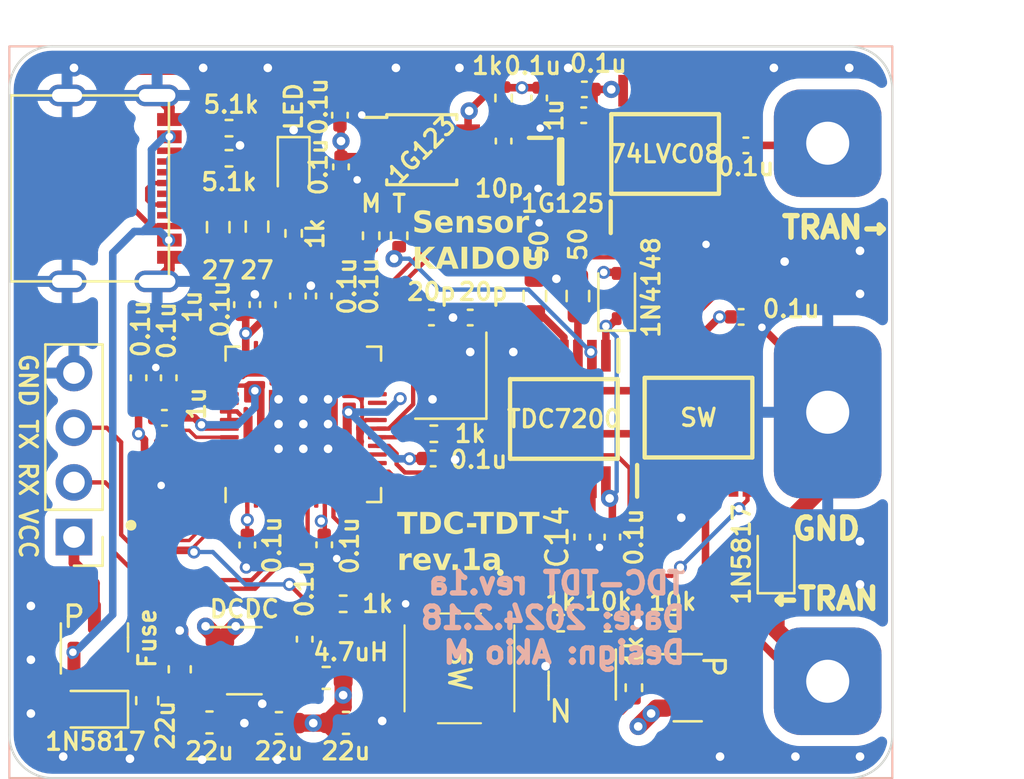
<source format=kicad_pcb>
(kicad_pcb (version 20221018) (generator pcbnew)
  (layers (0 "F.Cu" signal) (1 "In1.Cu" signal) (2 "In2.Cu" signal) (31 "B.Cu" signal) (34 "B.Paste" user) (35 "F.Paste" user) (36 "B.SilkS" user "B.Silkscreen") (37 "F.SilkS" user "F.Silkscreen") (38 "B.Mask" user) (39 "F.Mask" user) (44 "Edge.Cuts" user))
  (net 0 "")
  (net 1 "+1V1")
  (net 2 "GND")
  (net 3 "XIN")
  (net 4 "XOUT")
  (net 5 "+3.3V")
  (net 6 "+3.3VA")
  (net 7 "Net-(IC2-VREG)")
  (net 8 "Net-(U3A-RCext)")
  (net 9 "Net-(U3A-Cext)")
  (net 10 "Net-(U4-IN)")
  (net 11 "Net-(U4-BST)")
  (net 12 "Net-(U4-SW)")
  (net 13 "Net-(D1-K)")
  (net 14 "VBUS")
  (net 15 "Net-(D2-A)")
  (net 16 "/QSPI_SS")
  (net 17 "/QSPI_SD1")
  (net 18 "/QSPI_SD2")
  (net 19 "/QSPI_SD0")
  (net 20 "/QSPI_SCLK")
  (net 21 "/QSPI_SD3")
  (net 22 "/TDC_START")
  (net 23 "/TDC_STOP")
  (net 25 "INT_TDC_DONE")
  (net 26 "SPI1_MISO")
  (net 27 "SPI1_MOSI")
  (net 28 "SPI1_CS")
  (net 29 "SPI1_SCK")
  (net 30 "/AND_OUT")
  (net 31 "/AND_IN_ALL")
  (net 32 "Net-(IC6-A)")
  (net 33 "+2V8")
  (net 34 "SWCLK")
  (net 35 "TRAN_START")
  (net 36 "TRAN_STOP")
  (net 37 "VCC")
  (net 38 "/USB_D_P")
  (net 39 "/USB_BD_P")
  (net 40 "/USB_D_N")
  (net 41 "/USB_BD_N")
  (net 42 "Net-(U1-A5_CC1)")
  (net 43 "Net-(U1-B5_CC2)")
  (net 44 "PM_VCC")
  (net 45 "RUN")
  (net 46 "MUX1")
  (net 47 "REF_START")
  (net 48 "MUX2")
  (net 55 "TRIG_PULSE")
  (net 56 "SWD")
  (net 71 "UART1_TX")
  (net 72 "UART1_RX")
  (net 73 "Net-(U2-XIN)")
  (net 80 "Net-(IC2-TRIGG)")
  (net 81 "Net-(U2-GPIO21)")
  (net 82 "Net-(Q3-G)")
  (net 83 "Net-(U2-GPIO25)")
  (net 84 "Net-(S1-COM_1)")
  (net 85 "Net-(Q4-G)")
  (net 86 "Net-(Q4-D)")
  (footprint "Resistor_SMD:R_0402_1005Metric" (layer "F.Cu") (at 145.8 58.8 90)
    (fp_text reference "R15" hide)
    (fp_text value "0")
  )
  (footprint "Resistor_SMD:R_0402_1005Metric" (layer "F.Cu") (at 158 79.8 90)
    (fp_text reference "R10" hide)
    (fp_text value "1k")
  )
  (footprint "Capacitor_SMD:C_0402_1005Metric" (layer "F.Cu") (at 157 72.8 90)
    (fp_text reference "C13" hide)
    (fp_text value "100n")
  )
  (footprint "Resistor_SMD:R_0603_1608Metric" (layer "F.Cu") (at 155.4 61.6 90)
    (fp_text reference "R19" hide)
    (fp_text value "50")
  )
  (footprint "Resistor_SMD:R_0402_1005Metric" (layer "F.Cu") (at 154.6 76.8)
    (fp_text reference "R5" hide)
    (fp_text value "1k")
  )
  (footprint "Package_TO_SOT_SMD:SOT-23" (layer "F.Cu") (at 155.6 79.7 -90)
    (fp_text reference "Q4" hide)
    (fp_text value "2N7002")
  )
  (footprint "Capacitor_SMD:C_0402_1005Metric" (layer "F.Cu") (at 143.62 73.16 -90)
    (fp_text reference "C10" hide)
    (fp_text value "100n")
  )
  (footprint "Package_TO_SOT_SMD:SOT-23" (layer "F.Cu") (at 132.95 77.4625 90)
    (fp_text reference "Q1" hide)
    (fp_text value "AO3401A")
  )
  (footprint "LED_SMD:LED_0603_1608Metric" (layer "F.Cu") (at 142.2 55.7 -90)
    (fp_text reference "D2" hide)
    (fp_text value "LED")
  )
  (footprint "Capacitor_SMD:C_0402_1005Metric" (layer "F.Cu") (at 155.6 72.8 90)
    (fp_text reference "C14")
    (fp_text value "1u")
  )
  (footprint "SamacSys_Parts:SOP65P640X120-14N" (layer "F.Cu") (at 154.75 67.312 -90)
    (fp_text reference "IC2" hide)
    (fp_text value "TDC7200PWR" hide)
  )
  (footprint "SamacSys_Parts:TS1187ABAB" (layer "F.Cu") (at 149.9 78.9 -90)
    (fp_text reference "S1" hide)
    (fp_text value "TS-1187A-B-A-B" hide)
  )
  (footprint "Capacitor_SMD:C_0402_1005Metric" (layer "F.Cu") (at 163.2 54.6)
    (fp_text reference "C27" hide)
    (fp_text value "100n")
  )
  (footprint "Capacitor_SMD:C_0402_1005Metric" (layer "F.Cu") (at 143.6 61.6 90)
    (fp_text reference "C9" hide)
    (fp_text value "100n")
  )
  (footprint "Capacitor_SMD:C_0402_1005Metric" (layer "F.Cu") (at 142.7125 77.544227 -90)
    (fp_text reference "C22" hide)
    (fp_text value "100n")
  )
  (footprint "Capacitor_SMD:C_0402_1005Metric" (layer "F.Cu") (at 136.2 67.26 180)
    (fp_text reference "C1" hide)
    (fp_text value "1u")
  )
  (footprint "Crystal:Crystal_SMD_3225-4Pin_3.2x2.5mm" (layer "F.Cu") (at 149.5 65.3 90)
    (fp_text reference "Y1" hide)
    (fp_text value "Crystal_GND24")
  )
  (footprint "Capacitor_SMD:C_0603_1608Metric" (layer "F.Cu") (at 141.5175 81.444227 180)
    (fp_text reference "C23" hide)
    (fp_text value "22u")
  )
  (footprint "Diode_SMD:D_SOD-323" (layer "F.Cu") (at 132.9 80.8 180)
    (fp_text reference "D1" hide)
    (fp_text value "1N5817WS")
  )
  (footprint "Capacitor_SMD:C_0402_1005Metric" (layer "F.Cu") (at 144.35 53.2 90)
    (fp_text reference "C21" hide)
    (fp_text value "100n")
  )
  (footprint "SamacSys_Parts:SOT65P212X110-5N" (layer "F.Cu") (at 154.6 55.35)
    (fp_text reference "IC6" hide)
    (fp_text value "74LVC1G125" hide)
  )
  (footprint "SamacSys_Parts:SOP65P640X120-16N" (layer "F.Cu") (at 161 67.25 90)
    (fp_text reference "IC5" hide)
    (fp_text value "TS3A44159PWR" hide)
  )
  (footprint "Resistor_SMD:R_0402_1005Metric" (layer "F.Cu") (at 148.71 68 180)
    (fp_text reference "R13" hide)
    (fp_text value "1k")
  )
  (footprint "Capacitor_SMD:C_0402_1005Metric" (layer "F.Cu") (at 153.6 52.4 -90)
    (fp_text reference "C20" hide)
    (fp_text value "100n")
  )
  (footprint "Capacitor_SMD:C_0402_1005Metric" (layer "F.Cu") (at 150.4 62.6 180)
    (fp_text reference "C4" hide)
    (fp_text value "20p")
  )
  (footprint "Capacitor_SMD:C_0402_1005Metric" (layer "F.Cu") (at 141 62 90)
    (fp_text reference "C8" hide)
    (fp_text value "100n")
  )
  (footprint "Capacitor_SMD:C_0402_1005Metric" (layer "F.Cu") (at 142.4 61.6 90)
    (fp_text reference "C12" hide)
    (fp_text value "100n")
  )
  (footprint "Package_SO:TSSOP-8_3x3mm_P0.65mm" (layer "F.Cu") (at 148.15 54.8)
    (fp_text reference "U3" hide)
    (fp_text value "74LVC1G123")
  )
  (footprint "Diode_SMD:D_SOD-323" (layer "F.Cu") (at 157.2 61.6 90)
    (fp_text reference "D4" hide)
    (fp_text value "1N4148WS")
  )
  (footprint "Capacitor_SMD:C_0603_1608Metric" (layer "F.Cu") (at 144.6325 81.434227)
    (fp_text reference "C24" hide)
    (fp_text value "22u")
  )
  (footprint "Resistor_SMD:R_0603_1608Metric" (layer "F.Cu") (at 153.4 61.6 90)
    (fp_text reference "R20" hide)
    (fp_text value "50")
  )
  (footprint "Package_TO_SOT_SMD:TSOT-23-6" (layer "F.Cu") (at 139.9125 78.544227)
    (fp_text reference "U4" hide)
    (fp_text value "AP63203WU")
  )
  (footprint "Capacitor_SMD:C_0402_1005Metric" (layer "F.Cu") (at 140.05 73.17 -90)
    (fp_text reference "C7" hide)
    (fp_text value "100n")
  )
  (footprint "Package_DFN_QFN:QFN-56-1EP_7x7mm_P0.4mm_EP3.2x3.2mm" (layer "F.Cu") (at 142.65 67.5625 90)
    (fp_text reference "U2" hide)
    (fp_text value "RP2040")
  )
  (footprint "Resistor_SMD:R_0402_1005Metric" (layer "F.Cu") (at 156.8 76.8 180)
    (fp_text reference "R9" hide)
    (fp_text value "10k")
  )
  (footprint "Resistor_SMD:R_0402_1005Metric" (layer "F.Cu") (at 159.8 76.8)
    (fp_text reference "R6" hide)
    (fp_text value "10k")
  )
  (footprint "Resistor_SMD:R_0402_1005Metric" (layer "F.Cu") (at 144.5 75.9 180)
    (fp_text reference "R14" hide)
    (fp_text value "1k")
  )
  (footprint "SamacSys_Parts:SON50P300X200X60-9N" (layer "F.Cu") (at 136.05 70.4 90)
    (fp_text reference "IC1" hide)
    (fp_text value "W25Q16JVUXIQ" hide)
  )
  (footprint "Capacitor_SMD:C_0402_1005Metric" (layer "F.Cu") (at 136.4 65.4 90)
    (fp_text reference "C3" hide)
    (fp_text value "100n")
  )
  (footprint "Connector_PinHeader_2.54mm:PinHeader_1x04_P2.54mm_Vertical" (layer "F.Cu") (at 132 72.8 180)
    (fp_text reference "J2" hide)
    (fp_text value "Interface")
  )
  (footprint "Capacitor_SMD:C_0402_1005Metric" (layer "F.Cu") (at 148.6 62.6)
    (fp_text reference "C5" hide)
    (fp_text value "20p")
  )
  (footprint "Capacitor_SMD:C_0402_1005Metric" (layer "F.Cu") (at 144.4 55.6 -90)
    (fp_text reference "C16" hide)
    (fp_text value "100n")
  )
  (footprint "Capacitor_SMD:C_0402_1005Metric" (layer "F.Cu") (at 148.68 69.15)
    (fp_text reference "C2" hide)
    (fp_text value "100n")
  )
  (footprint "Package_TO_SOT_SMD:SOT-23" (layer "F.Cu") (at 160.5 79.8)
    (fp_text reference "Q3" hide)
    (fp_text value "AO3401A")
  )
  (footprint "Resistor_SMD:R_0402_1005Metric" (layer "F.Cu") (at 139.2 53.8)
    (fp_text reference "R4" hide)
    (fp_text value "5.1k")
  )
  (footprint "Resistor_SMD:R_0402_1005Metric" (layer "F.Cu") (at 142.2 58.69 90)
    (fp_text reference "R8" hide)
    (fp_text value "1k")
  )
  (footprint "Fuse:Fuse_0603_1608Metric" (layer "F.Cu") (at 135.4 80.4 90)
    (fp_text reference "F1" hide)
    (fp_text value "Polyfuse")
  )
  (footprint "tdc-tdt-lib:conn_transmission_line" (layer "F.Cu") (at 167 67)
    (fp_text reference "J1" hide)
    (fp_text value "Conn_Transmission_Line")
  )
  (footprint "Capacitor_SMD:C_0603_1608Metric" (layer "F.Cu") (at 138.2925 81.414227)
    (fp_text reference "C18" hide)
    (fp_text value "22u")
  )
  (footprint "Resistor_SMD:R_0402_1005Metric" (layer "F.Cu") (at 147.1 58.8 90)
    (fp_text reference "R16" hide)
    (fp_text value "DNF")
  )
  (footprint "Diode_SMD:D_SOD-323" (layer "F.Cu") (at 164.6 73.8 90)
    (fp_text reference "D3" hide)
    (fp_text value "1N5817WS")
  )
  (footprint "Capacitor_SMD:C_0402_1005Metric" (layer "F.Cu") (at 162.98 62.57)
    (fp_text reference "C19" hide)
    (fp_text value "100n")
  )
  (footprint "Capacitor_SMD:C_0402_1005Metric" (layer "F.Cu") (at 139.8 62 90)
    (fp_text reference "C6" hide)
    (fp_text value "1u")
  )
  (footprint "Capacitor_SMD:C_0402_1005Metric" (layer "F.Cu") (at 151.95 54.4 -90)
    (fp_text reference "C15" hide)
    (fp_text value "10p")
  )
  (footprint "Capacitor_SMD:C_0402_1005Metric" (layer "F.Cu") (at 155.7 52 180)
    (fp_text reference "C25" hide)
    (fp_text value "100n")
  )
  (footprint "SamacSys_Parts:SOP65P640X110-14N" (layer "F.Cu") (at 159.45 55 90)
    (fp_text reference "IC4" hide)
    (fp_text value "74LVC08APW,112" hide)
  )
  (footprint "Capacitor_SMD:C_0603_1608Metric" (layer "F.Cu") (at 136.9125 78.944227 90)
    (fp_text reference "C17" hide)
    (fp_text value "22u")
  )
  (footprint "tdc-tdt-lib:USB_type_C" (layer "F.Cu") (at 136.41 52.28 -90)
    (fp_text reference "U1" hide)
    (fp_text value "USB_type_C")
  )
  (footprint "Capacitor_SMD:C_0402_1005Metric" (layer "F.Cu") (at 135 65.4 90)
    (fp_text reference "C11" hide)
    (fp_text value "100n")
  )
  (footprint "Resistor_SMD:R_0603_1608Metric" (layer "F.Cu") (at 138.7 58.4 -90)
    (fp_text reference "R1" hide)
    (fp_text value "27")
  )
  (footprint "Resistor_SMD:R_0402_1005Metric" (layer "F.Cu") (at 139.2 55.2)
    (fp_text reference "R3" hide)
    (fp_text value "5.1k")
  )
  (footprint "Capacitor_SMD:C_0402_1005Metric" (layer "F.Cu") (at 155.67 53.2 180)
    (fp_text reference "C26" hide)
    (fp_text value "1u")
  )
  (footprint "Resistor_SMD:R_0603_1608Metric" (layer "F.Cu") (at 140.5 58.375 -90)
    (fp_text reference "R2" hide)
    (fp_text value "27")
  )
  (footprint "Inductor_SMD:L_0603_1608Metric" (layer "F.Cu") (at 143.7125 79.344227)
    (fp_text reference "L1" hide)
    (fp_text value "4.7u")
  )
  (footprint "Resistor_SMD:R_0402_1005Metric" (layer "F.Cu") (at 151.95 52.4 -90)
    (fp_text reference "R7" hide)
    (fp_text value "1k")
  )
  (gr_rect (start 129 50) (end 170 84) (stroke (width 0.1)) (fill none) (layer "B.SilkS"))
  (gr_arc (start 129 52) (mid 129.585786 50.585786) (end 131 50) (stroke (width 0.1)) (layer "Edge.Cuts"))
  (gr_line (start 170 52) (end 170 82) (stroke (width 0.1)) (layer "Edge.Cuts"))
  (gr_line (start 129 52) (end 129 82) (stroke (width 0.1)) (layer "Edge.Cuts"))
  (gr_arc (start 131 84) (mid 129.585786 83.414214) (end 129 82) (stroke (width 0.1)) (layer "Edge.Cuts"))
  (gr_arc (start 170 82) (mid 169.414214 83.414214) (end 168 84) (stroke (width 0.1)) (layer "Edge.Cuts"))
  (gr_arc (start 168 50) (mid 169.414214 50.585786) (end 170 52) (stroke (width 0.1)) (layer "Edge.Cuts"))
  (gr_line (start 131 50) (end 168 50) (stroke (width 0.1)) (layer "Edge.Cuts"))
  (gr_line (start 131 84) (end 168 84) (stroke (width 0.1)) (layer "Edge.Cuts"))
  (gr_text "TDC-TDT rev.1a\nDate: 2024.2.18\nDesign: Akio M" (at 160.5 78.75) (layer "B.SilkS") (effects (font (size 1 1) (thickness 0.25) bold) (justify left bottom mirror)))
  (gr_text "Sensor\nKAIDOU" (at 147.7 60.5) (layer "F.SilkS") (effects (font (size 1 1) (thickness 0.25) bold) (justify left bottom)))
  (gr_text "GND" (at 165.25 73) (layer "F.SilkS") (effects (font (size 1 1) (thickness 0.25) bold) (justify left bottom)))
  (gr_text "TRAN→" (at 164.75 59) (layer "F.SilkS") (effects (font (size 1 1) (thickness 0.25) bold) (justify left bottom)))
  (gr_text "←TRAN" (at 164.25 76.25) (layer "F.SilkS") (effects (font (size 1 1) (thickness 0.25) bold) (justify left bottom)))
  (gr_text "TDC-TDT\nrev.1a" (at 147 74.5) (layer "F.SilkS") (effects (font (size 1 1) (thickness 0.25) bold) (justify left bottom)))
  (gr_text "GND TX RX VCC" (at 129.4 64.2 270) (layer "F.SilkS") (effects (font (size 0.8 0.8)) (justify left bottom)))
  (segment (start 139.9625 65.7625) (end 140.2 66) (width 0.2) (layer "F.Cu") (net 1))
  (segment (start 140.2 66) (end 140.4 66) (width 0.2) (layer "F.Cu") (net 1))
  (segment (start 148.14 69.15) (end 147.593 69.15) (width 0.35) (layer "F.Cu") (net 1))
  (segment (start 147.1505 66.367326) (end 147.1505 66.431975) (width 0.2) (layer "F.Cu") (net 1))
  (segment (start 139.2125 65.7625) (end 139.9625 65.7625) (width 0.2) (layer "F.Cu") (net 1))
  (segment (start 139.2125 67.7625) (end 138.0995 67.7625) (width 0.2) (layer "F.Cu") (net 1))
  (segment (start 147.593 69.15) (end 147.58 69.163) (width 0.35) (layer "F.Cu") (net 1))
  (segment (start 136.68 67.26) (end 136.68 66.16) (width 0.35) (layer "F.Cu") (net 1))
  (segment (start 147.1505 66.431975) (end 146.619975 66.9625) (width 0.2) (layer "F.Cu") (net 1))
  (segment (start 146.619975 66.9625) (end 146.0875 66.9625) (width 0.2) (layer "F.Cu") (net 1))
  (segment (start 138.0995 67.7625) (end 137.92 67.583) (width 0.2) (layer "F.Cu") (net 1))
  (segment (start 136.91 67.26) (end 137.597 67.26) (width 0.35) (layer "F.Cu") (net 1))
  (segment (start 137.597 67.26) (end 137.92 67.583) (width 0.35) (layer "F.Cu") (net 1))
  (segment (start 136.68 66.16) (end 136.4 65.88) (width 0.35) (layer "F.Cu") (net 1))
  (via (at 137.92 67.583) (size 0.6) (drill 0.35) (layers "F.Cu" "B.Cu") (net 1))
  (via (at 147.58 69.163) (size 0.6) (drill 0.35) (layers "F.Cu" "B.Cu") (net 1))
  (via (at 144.749502 66.994268) (size 0.6) (drill 0.35) (layers "F.Cu" "B.Cu") (net 1))
  (via (at 140.4 66) (size 0.6) (drill 0.35) (layers "F.Cu" "B.Cu") (net 1))
  (via (at 147.1505 66.367326) (size 0.6) (drill 0.35) (layers "F.Cu" "B.Cu") (net 1))
  (segment (start 140.4 66) (end 140.4 66.77) (width 0.35) (layer "B.Cu") (net 1))
  (segment (start 146.523558 66.994268) (end 147.1505 66.367326) (width 0.35) (layer "B.Cu") (net 1))
  (segment (start 140.4 66.77) (end 139.587 67.583) (width 0.35) (layer "B.Cu") (net 1))
  (segment (start 146.963 69.163) (end 147.58 69.163) (width 0.35) (layer "B.Cu") (net 1))
  (segment (start 139.587 67.583) (end 137.92 67.583) (width 0.35) (layer "B.Cu") (net 1))
  (segment (start 144.749502 66.994268) (end 146.523558 66.994268) (width 0.35) (layer "B.Cu") (net 1))
  (segment (start 144.794268 66.994268) (end 146.963 69.163) (width 0.35) (layer "B.Cu") (net 1))
  (segment (start 144.749502 66.994268) (end 144.794268 66.994268) (width 0.35) (layer "B.Cu") (net 1))
  (segment (start 149.16 69.15) (end 149.65 69.15) (width 0.35) (layer "F.Cu") (net 2))
  (segment (start 144.895 52.72) (end 144.35 52.72) (width 0.35) (layer "F.Cu") (net 2))
  (segment (start 149.92 62.6) (end 149.6 62.6) (width 0.35) (layer "F.Cu") (net 2))
  (segment (start 148.51 69.8) (end 149.16 69.15) (width 0.2) (layer "F.Cu") (net 2))
  (segment (start 167 66.11) (end 167 67) (width 0.35) (layer "F.Cu") (net 2))
  (segment (start 167 70.25) (end 164.6 72.65) (width 0.8) (layer "F.Cu") (net 2))
  (segment (start 136.4 64.92) (end 135 64.92) (width 0.35) (layer "F.Cu") (net 2))
  (segment (start 154.65 78.8) (end 153.9 78.8) (width 0.35) (layer "F.Cu") (net 2))
  (segment (start 136.43 59.8) (end 136.43 60.35) (width 0.5) (layer "F.Cu") (net 2))
  (segment (start 147.725 75.9) (end 147.4 75.9) (width 0.2) (layer "F.Cu") (net 2))
  (segment (start 142.2 54.9125) (end 142.2 53.8875) (width 0.2) (layer "F.Cu") (net 2))
  (segment (start 136.8 71.15) (end 136.05 70.4) (width 0.16) (layer "F.Cu") (net 2))
  (segment (start 136.43 53.4) (end 136.43 52.85) (width 0.5) (layer "F.Cu") (net 2))
  (segment (start 152.8 64.374) (end 152.574 64.374) (width 0.35) (layer "F.Cu") (net 2))
  (segment (start 155.22 51.27) (end 154.95 51) (width 0.5) (layer "F.Cu") (net 2))
  (segment (start 145.03 56.08) (end 145.15 56.2) (width 0.35) (layer "F.Cu") (net 2))
  (segment (start 136.25 70.4) (end 136.825 70.975) (width 0.35) (layer "F.Cu") (net 2))
  (segment (start 144.04 73.64) (end 144.2 73.8) (width 0.35) (layer "F.Cu") (net 2))
  (segment (start 135.715 67.255) (end 135.715 65.005) (width 0.35) (layer "F.Cu") (net 2))
  (segment (start 136.43 52.85) (end 135.86 52.28) (width 0.5) (layer "F.Cu") (net 2))
  (segment (start 155.22 52) (end 155.22 51.27) (width 0.5) (layer "F.Cu") (net 2))
  (segment (start 140.7425 81.444227) (end 140.7425 79.801727) (width 0.8) (layer "F.Cu") (net 2))
  (segment (start 153.65 52.93) (end 153.6 52.88) (width 0.35) (layer "F.Cu") (net 2))
  (segment (start 139.71 55.2) (end 139.71 53.8) (width 0.2) (layer "F.Cu") (net 2))
  (segment (start 161.4 59.15) (end 161.35 59.2) (width 0.35) (layer "F.Cu") (net 2))
  (segment (start 157.31 76.8) (end 158.2 76.8) (width 0.35) (layer "F.Cu") (net 2))
  (segment (start 142.4 61.12) (end 143.6 61.12) (width 0.35) (layer "F.Cu") (net 2))
  (segment (start 140.05 73.65) (end 140.05 74.15) (width 0.35) (layer "F.Cu") (net 2))
  (segment (start 140.05 74.15) (end 140 74.2) (width 0.35) (layer "F.Cu") (net 2))
  (segment (start 153.4 60.775) (end 155.4 60.775) (width 0.35) (layer "F.Cu") (net 2))
  (segment (start 146.868273 81.9) (end 146.3125 81.344227) (width 0.8) (layer "F.Cu") (net 2))
  (segment (start 145.4075 81.434227) (end 146.2225 81.434227) (width 0.8) (layer "F.Cu") (net 2))
  (segment (start 146.98 69.411529) (end 147.368471 69.8) (width 0.2) (layer "F.Cu") (net 2))
  (segment (start 160.675 70.188) (end 160.675 71.425) (width 0.35) (layer "F.Cu") (net 2))
  (segment (start 152.574 64.374) (end 152.4 64.2) (width 0.35) (layer "F.Cu") (net 2))
  (segment (start 136.05 70.4) (end 136.25 70.4) (width 0.35) (layer "F.Cu") (net 2))
  (segment (start 155.19 53.2) (end 155.19 52.03) (width 0.35) (layer "F.Cu") (net 2))
  (segment (start 146 53.825) (end 144.895 52.72) (width 0.35) (layer "F.Cu") (net 2))
  (segment (start 139.0975 81.444227) (end 139.0675 81.414227) (width 0.8) (layer "F.Cu") (net 2))
  (segment (start 163.46 62.57) (end 167 66.11) (width 0.35) (layer "F.Cu") (net 2))
  (segment (start 155.6 73.28) (end 157 73.28) (width 0.35) (layer "F.Cu") (net 2))
  (segment (start 135.72 67.26) (end 135.715 67.255) (width 0.35) (layer "F.Cu") (net 2))
  (segment (start 136.8 71.8) (end 136.8 71.15) (width 0.16) (layer "F.Cu") (net 2))
  (segment (start 139.8 61.52) (end 141 61.52) (width 0.35) (layer "F.Cu") (net 2))
  (segment (start 149.65 69.15) (end 149.7 69.2) (width 0.35) (layer "F.Cu") (net 2))
  (segment (start 147.725 81.9) (end 146.868273 81.9) (width 0.8) (layer "F.Cu") (net 2))
  (segment (start 143.62 73.64) (end 144.04 73.64) (width 0.35) (layer "F.Cu") (net 2))
  (segment (start 146.2225 81.434227) (end 146.3125 81.344227) (width 0.8) (layer "F.Cu") (net 2))
  (segment (start 135.715 65.005) (end 135.8 64.92) (width 0.35) (layer "F.Cu") (net 2))
  (segment (start 146.619975 68.5625) (end 146.98 68.922525) (width 0.2) (layer "F.Cu") (net 2))
  (segment (start 145.575 55.775) (end 145.15 56.2) (width 0.35) (layer "F.Cu") (net 2))
  (segment (start 140.7425 79.801727) (end 141 79.544227) (width 0.8) (layer "F.Cu") (net 2))
  (segment (start 140.7425 81.444227) (end 139.0975 81.444227) (width 0.8) (layer "F.Cu") (net 2))
  (segment (start 136.825 70.975) (end 136.825 71.8) (width 0.35) (layer "F.Cu") (net 2))
  (segment (start 136.9125 78.169227) (end 136.9125 77.144227) (width 0.8) (layer "F.Cu") (net 2))
  (segment (start 149.08 62.6) (end 149.6 62.6) (width 0.35) (layer "F.Cu") (net 2))
  (segment (start 146.0875 68.5625) (end 146.619975 68.5625) (width 0.2) (layer "F.Cu") (net 2))
  (segment (start 161.4 57.938) (end 161.4 59.15) (width 0.35) (layer "F.Cu") (net 2))
  (segment (start 144.4 56.08) (end 145.03 56.08) (width 0.35) (layer "F.Cu") (net 2))
  (segment (start 150.35 64.2) (end 150.4 64.2) (width 0.35) (layer "F.Cu") (net 2))
  (segment (start 167 67) (end 167 70.25) (width 0.8) (layer "F.Cu") (net 2))
  (segment (start 160.675 71.425) (end 160.2 71.9) (width 0.35) (layer "F.Cu") (net 2))
  (segment (start 146.98 68.922525) (end 146.98 69.411529) (width 0.2) (layer "F.Cu") (net 2))
  (segment (start 136.43 60.35) (end 135.86 60.92) (width 0.5) (layer "F.Cu") (net 2))
  (segment (start 153.65 54.7) (end 153.65 52.93) (width 0.35) (layer "F.Cu") (net 2))
  (segment (start 153.55 56) (end 153.55 56.6) (width 0.35) (layer "F.Cu") (net 2))
  (segment (start 146 55.775) (end 145.575 55.775) (width 0.35) (layer "F.Cu") (net 2))
  (segment (start 141 79.544227) (end 141.05 79.544227) (width 0.8) (layer "F.Cu") (net 2))
  (segment (start 147.368471 69.8) (end 148.51 69.8) (width 0.2) (layer "F.Cu") (net 2))
  (via (at 142.2 53.8875) (size 0.8) (drill 0.4) (layers "F.Cu" "B.Cu") (net 2))
  (via (at 141.5 68.7) (size 0.8) (drill 0.4) (layers "F.Cu" "B.Cu") (net 2))
  (via (at 165 60) (size 0.8) (drill 0.4) (layers "F.Cu" "B.Cu") (net 2))
  (via (at 153.65 53.8) (size 0.6) (drill 0.35) (layers "F.Cu" "B.Cu") (net 2))
  (via (at 168.5 59.5) (size 0.8) (drill 0.4) (layers "F.Cu" "B.Cu") (net 2))
  (via (at 140.7425 80.544227) (size 0.8) (drill 0.4) (layers "F.Cu" "B.Cu") (net 2))
  (via (at 149.6 62.6) (size 0.8) (drill 0.4) (layers "F.Cu" "B.Cu") (net 2))
  (via (at 130 76) (size 0.8) (drill 0.4) (layers "F.Cu" "B.Cu") (net 2))
  (via (at 136.9125 77.144227) (size 0.8) (drill 0.4) (layers "F.Cu" "B.Cu") (net 2))
  (via (at 149.9 51) (size 0.8) (drill 0.4) (layers "F.Cu" "B.Cu") (net 2))
  (via (at 147.4 75.9) (size 0.6) (drill 0.35) (layers "F.Cu" "B.Cu") (net 2))
  (via (at 136.05 70.4) (size 0.6) (drill 0.35) (layers "F.Cu" "B.Cu") (net 2))
  (via (at 160.2 71.9) (size 0.8) (drill 0.4) (layers "F.Cu" "B.Cu") (net 2))
  (via (at 144.2 73.8) (size 0.6) (drill 0.35) (layers "F.Cu" "B.Cu") (net 2))
  (via (at 152.4 64.2) (size 0.8) (drill 0.4) (layers "F.Cu" "B.Cu") (net 2))
  (via (at 141.45 83.144227) (size 0.8) (drill 0.4) (layers "F.Cu" "B.Cu") (net 2))
  (via (at 143.8 66.4) (size 0.8) (drill 0.4) (layers "F.Cu" "B.Cu") (net 2))
  (via (at 141.5 67.55) (size 0.8) (drill 0.4) (layers "F.Cu" "B.Cu") (net 2))
  (via (at 168.5 73) (size 0.8) (drill 0.4) (layers "F.Cu" "B.Cu") (net 2))
  (via (at 138 51) (size 0.8) (drill 0.4) (layers "F.Cu" "B.Cu") (net 2))
  (via (at 163.945 63.055) (size 0.6) (drill 0.35) (layers "F.Cu" "B.Cu") (net 2))
  (via (at 153.55 56.6) (size 0.6) (drill 0.35) (layers "F.Cu" "B.Cu") (net 2))
  (via (at 168.5 83) (size 0.8) (drill 0.4) (layers "F.Cu" "B.Cu") (net 2))
  (via (at 145.15 56.2) (size 0.6) (drill 0.35) (layers "F.Cu" "B.Cu") (net 2))
  (via (at 141.5 66.4) (size 0.8) (drill 0.4) (layers "F.Cu" "B.Cu") (net 2))
  (via (at 142.65 66.4) (size 0.8) (drill 0.4) (layers "F.Cu" "B.Cu") (net 2))
  (via (at 168 51) (size 0.8) (drill 0.4) (layers "F.Cu" "B.Cu") (net 2))
  (via (at 162 83) (size 0.8) (drill 0.4) (layers "F.Cu" "B.Cu") (net 2))
  (via (at 142.65 68.7) (size 0.8) (drill 0.4) (layers "F.Cu" "B.Cu") (net 2))
  (via (at 130 81) (size 0.8) (drill 0.4) (layers "F.Cu" "B.Cu") (net 2))
  (via (at 132 51) (size 0.8) (drill 0.4) (layers "F.Cu" "B.Cu") (net 2))
  (via (at 135.8 64.92) (size 0.6) (drill 0.35) (layers "F.Cu" "B.Cu") (net 2))
  (via (at 156.4 73.28) (size 0.6) (drill 0.35) (layers "F.Cu" "B.Cu") (net 2))
  (via (at 145.3625 53.1875) (size 0.6) (drill 0.35) (layers "F.Cu" "B.Cu") (net 2))
  (via (at 154.4 60.8) (size 0.8) (drill 0.4) (layers "F.Cu" "B.Cu") (net 2))
  (via (at 141 51) (size 0.8) (drill 0.4) (layers "F.Cu" "B.Cu") (net 2))
  (via (at 143.8 67.55) (size 0.8) (drill 0.4) (layers "F.Cu" "B.Cu") (net 2))
  (via (at 140.4 61.52) (size 0.8) (drill 0.4) (layers "F.Cu" "B.Cu") (net 2))
  (via (at 131.5 83) (size 0.8) (drill 0.4) (layers "F.Cu" "B.Cu") (net 2))
  (via (at 139.9125 81.444227) (size 0.8) (drill 0.4) (layers "F.Cu" "B.Cu") (net 2))
  (via (at 146.95 51) (size 0.8) (drill 0.4) (layers "F.Cu" "B.Cu") (net 2))
  (via (at 146.3125 81.344227) (size 0.8) (drill 0.4) (layers "F.Cu" "B.Cu") (net 2))
  (via (at 153.9 78.8) (size 0.8) (drill 0.4) (layers "F.Cu" "B.Cu") (net 2))
  (via (at 158.2 76.8) (size 0.8) (drill 0.4) (layers "F.Cu" "B.Cu") (net 2))
  (via (at 164.5 51) (size 0.8) (drill 0.4) (layers "F.Cu" "B.Cu") (net 2))
  (via (at 165.5 83) (size 0.8) (drill 0.4) (layers "F.Cu" "B.Cu") (net 2))
  (via (at 140 74.2) (size 0.6) (drill 0.35) (layers "F.Cu" "B.Cu") (net 2))
  (via (at 148.65 66.4) (size 0.8) (drill 0.4) (layers "F.Cu" "B.Cu") (net 2))
  (via (at 161.35 59.2) (size 0.6) (drill 0.35) (layers "F.Cu" "B.Cu") (net 2))
  (via (at 168.5 61.5) (size 0.8) (drill 0.4) (layers "F.Cu" "B.Cu") (net 2))
  (via (at 149.7 69.2) (size 0.8) (drill 0.4) (layers "F.Cu" "B.Cu") (net 2))
  (via (at 142.65 67.55) (size 0.8) (drill 0.4) (layers "F.Cu" "B.Cu") (net 2))
  (via (at 150.4 64.2) (size 0.8) (drill 0.4) (layers "F.Cu" "B.Cu") (net 2))
  (via (at 130 78.5) (size 0.8) (drill 0.4) (layers "F.Cu" "B.Cu") (net 2))
  (via (at 134.6 83.1) (size 0.8) (drill 0.4) (layers "F.Cu" "B.Cu") (net 2))
  (via (at 153.6 58.2) (size 0.6) (drill 0.35) (layers "F.Cu" "B.Cu") (net 2))
  (via (at 139.71 54.6) (size 0.8) (drill 0.4) (layers "F.Cu" "B.Cu") (net 2))
  (via (at 168.5 75) (size 0.8) (drill 0.4) (layers "F.Cu" "B.Cu") (net 2))
  (via (at 154.95 51) (size 0.8) (drill 0.4) (layers "F.Cu" "B.Cu") (net 2))
  (via (at 143.8 68.7) (size 0.8) (drill 0.4) (layers "F.Cu" "B.Cu") (net 2))
  (via (at 143 61.12) (size 0.8) (drill 0.4) (layers "F.Cu" "B.Cu") (net 2))
  (via (at 137.95 83.144227) (size 0.8) (drill 0.4) (layers "F.Cu" "B.Cu") (net 2))
  (segment (start 151.4 65.35) (end 151.4 63.12) (width 0.2) (layer "F.Cu") (net 3))
  (segment (start 150.35 66.4) (end 151.4 65.35) (width 0.2) (layer "F.Cu") (net 3))
  (segment (start 154.1 65.3115) (end 154.1 64.374) (width 0.2) (layer "F.Cu") (net 3))
  (segment (start 149.22 68) (end 150.35 66.87) (width 0.2) (layer "F.Cu") (net 3))
  (segment (start 153.0115 66.4) (end 154.1 65.3115) (width 0.2) (layer "F.Cu") (net 3))
  (segment (start 150.35 66.87) (end 150.35 66.4) (width 0.2) (layer "F.Cu") (net 3))
  (segment (start 151.4 63.12) (end 150.88 62.6) (width 0.2) (layer "F.Cu") (net 3))
  (segment (start 150.35 66.4) (end 153.0115 66.4) (width 0.2) (layer "F.Cu") (net 3))
  (segment (start 146.0875 67.7625) (end 146.619975 67.7625) (width 0.2) (layer "F.Cu") (net 4))
  (segment (start 147.75 66.632475) (end 147.75 65.1) (width 0.2) (layer "F.Cu") (net 4))
  (segment (start 146.619975 67.7625) (end 147.75 66.632475) (width 0.2) (layer "F.Cu") (net 4))
  (segment (start 148.12 62.6) (end 148.12 63.67) (width 0.2) (layer "F.Cu") (net 4))
  (segment (start 147.75 65.1) (end 148.65 64.2) (width 0.2) (layer "F.Cu") (net 4))
  (segment (start 148.12 63.67) (end 148.65 64.2) (width 0.2) (layer "F.Cu") (net 4))
  (segment (start 145.37 67.37) (end 145.37 67) (width 0.16) (layer "F.Cu") (net 5))
  (segment (start 146.0875 67.3625) (end 145.844975 67.3625) (width 0.2) (layer "F.Cu") (net 5))
  (segment (start 143.65 62.13) (end 143.6 62.08) (width 0.2) (layer "F.Cu") (net 5))
  (segment (start 161.6 78.09) (end 161.6 79.8) (width 0.35) (layer "F.Cu") (net 5))
  (segment (start 140.05 71) (end 140.05 70.25) (width 0.2) (layer "F.Cu") (net 5))
  (segment (start 139.975 63.335) (end 139.975 62.655) (width 0.35) (layer "F.Cu") (net 5))
  (segment (start 139.975 63.335) (end 139.975 64.125) (width 0.35) (layer "F.Cu") (net 5))
  (segment (start 143.65 72) (end 143.65 72.65) (width 0.2) (layer "F.Cu") (net 5))
  (segment (start 143.65 71) (end 143.65 72) (width 0.2) (layer "F.Cu") (net 5))
  (segment (start 140.05 65.15) (end 140 65.2) (width 0.2) (layer "F.Cu") (net 5))
  (segment (start 139.2125 66.9625) (end 139.2125 67.3625) (width 0.2) (layer "F.Cu") (net 5))
  (segment (start 143.8575 81.3425) (end 144.5 80.7) (width 0.8) (layer "F.Cu") (net 5))
  (segment (start 138.775 77.594227) (end 138.7625 77.594227) (width 0.8) (layer "F.Cu") (net 5))
  (segment (start 143.65 64.125) (end 143.65 62.13) (width 0.2) (layer "F.Cu") (net 5))
  (segment (start 135 68) (end 135.275 68.275) (width 0.35) (layer "F.Cu") (net 5))
  (segment (start 144.5 80.7) (end 144.5 79.344227) (width 0.8) (layer "F.Cu") (net 5))
  (segment (start 140.145 63.335) (end 141 62.48) (width 0.35) (layer "F.Cu") (net 5))
  (segment (start 139.9625 67.3625) (end 140 67.4) (width 0.2) (layer "F.Cu") (net 5))
  (segment (start 160.31 76.8) (end 161.6 78.09) (width 0.35) (layer "F.Cu") (net 5))
  (segment (start 135 65.88) (end 135 68) (width 0.35) (layer "F.Cu") (net 5))
  (segment (start 139.5625 66.9625) (end 139.9625 67.3625) (width 0.2) (layer "F.Cu") (net 5))
  (segment (start 145.2 67.717525) (end 145.2 67.8) (width 0.2) (layer "F.Cu") (net 5))
  (segment (start 142.4 62.08) (end 143.6 62.08) (width 0.35) (layer "F.Cu") (net 5))
  (segment (start 161.6 79.8) (end 161.6 80.9) (width 0.8) (layer "F.Cu") (net 5))
  (segment (start 143.65 72) (end 143.539498 72) (width 0.16) (layer "F.Cu") (net 5))
  (segment (start 145.458762 67.458762) (end 145.2 67.717525) (width 0.2) (layer "F.Cu") (net 5))
  (segment (start 139.2125 67.3625) (end 139.9625 67.3625) (width 0.2) (layer "F.Cu") (net 5))
  (segment (start 161.6 80.9) (end 159.3 83.2) (width 0.8) (layer "F.Cu") (net 5))
  (segment (start 143.65 72.65) (end 143.62 72.68) (width 0.2) (layer "F.Cu") (net 5))
  (segment (start 145.844975 67.3625) (end 145.6375 67.3625) (width 0.2) (layer "F.Cu") (net 5))
  (segment (start 139.7625 64.9625) (end 140 65.2) (width 0.2) (layer "F.Cu") (net 5))
  (segment (start 145.37 67) (end 145.37 65.57581) (width 0.16) (layer "F.Cu") (net 5))
  (segment (start 145.6375 67.3625) (end 145.555025 67.3625) (width 0.2) (layer "F.Cu") (net 5))
  (segment (start 143.8575 81.434227) (end 143.8575 81.3425) (width 0.8) (layer "F.Cu") (net 5))
  (segment (start 143.8575 81.525953) (end 143.8575 81.434227) (width 0.8) (layer "F.Cu") (net 5))
  (segment (start 139.2125 66.9625) (end 139.5625 66.9625) (width 0.2) (layer "F.Cu") (net 5))
  (segment (start 138.8625 77.594227) (end 139.5125 76.944227) (width 0.8) (layer "F.Cu") (net 5))
  (segment (start 139.8375 65.3625) (end 140 65.2) (width 0.2) (layer "F.Cu") (net 5))
  (segment (start 145.458762 67.458762) (end 145.37 67.37) (width 0.16) (layer "F.Cu") (net 5))
  (segment (start 139.2125 65.3625) (end 139.8375 65.3625) (width 0.2) (layer "F.Cu") (net 5))
  (segment (start 159.3 83.2) (end 145.531547 83.2) (width 0.8) (layer "F.Cu") (net 5))
  (segment (start 140.05 64.125) (end 140.05 65.15) (width 0.2) (layer "F.Cu") (net 5))
  (segment (start 145.555025 67.3625) (end 145.458762 67.458762) (width 0.2) (layer "F.Cu") (net 5))
  (segment (start 145.531547 83.2) (end 143.8575 81.525953) (width 0.8) (layer "F.Cu") (net 5))
  (segment (start 138.7625 77.594227) (end 138.1125 76.944227) (width 0.8) (layer "F.Cu") (net 5))
  (segment (start 135.275 68.275) (end 135.275 69) (width 0.35) (layer "F.Cu") (net 5))
  (segment (start 143.65 64.125) (end 143.65 64.85) (width 0.2) (layer "F.Cu") (net 5))
  (segment (start 138.775 77.594227) (end 138.8625 77.594227) (width 0.8) (layer "F.Cu") (net 5))
  (segment (start 139.2125 64.9625) (end 139.7625 64.9625) (width 0.2) (layer "F.Cu") (net 5))
  (segment (start 143.539498 72) (end 143.482475 72.057023) (width 0.16) (layer "F.Cu") (net 5))
  (segment (start 143.8475 81.444227) (end 143.8575 81.434227) (width 0.8) (layer "F.Cu") (net 5))
  (segment (start 139.975 62.655) (end 139.8 62.48) (width 0.35) (layer "F.Cu") (net 5))
  (segment (start 140.05 70.25) (end 140 70.2) (width 0.2) (layer "F.Cu") (net 5))
  (segment (start 143.65 64.85) (end 143.8 65) (width 0.2) (layer "F.Cu") (net 5))
  (segment (start 140.05 72.69) (end 140.05 71) (width 0.2) (layer "F.Cu") (net 5))
  (segment (start 143.65 71) (end 143.65 70.25) (width 0.2) (layer "F.Cu") (net 5))
  (segment (start 142.2925 81.444227) (end 143.8475 81.444227) (width 0.8) (layer "F.Cu") (net 5))
  (segment (start 141 62.48) (end 139.8 62.48) (width 0.35) (layer "F.Cu") (net 5))
  (segment (start 139.975 63.335) (end 140.145 63.335) (width 0.35) (layer "F.Cu") (net 5))
  (via (at 143.1125 81.444227) (size 0.8) (drill 0.4) (layers "F.Cu" "B.Cu") (net 5))
  (via (at 138.1125 76.944227) (size 0.8) (drill 0.4) (layers "F.Cu" "B.Cu") (net 5))
  (via (at 139.975 63.335) (size 0.6) (drill 0.35) (layers "F.Cu" "B.Cu") (net 5))
  (via (at 140.05 72) (size 0.6) (drill 0.35) (layers "F.Cu" "B.Cu") (net 5))
  (via (at 135 68) (size 0.6) (drill 0.35) (layers "F.Cu" "B.Cu") (net 5))
  (via (at 143.482475 72.057023) (size 0.6) (drill 0.35) (layers "F.Cu" "B.Cu") (net 5))
  (via (at 144.5 80.144227) (size 0.8) (drill 0.4) (layers "F.Cu" "B.Cu") (net 5))
  (via (at 139.5125 76.944227) (size 0.8) (drill 0.4) (layers "F.Cu" "B.Cu") (net 5))
  (segment (start 151.98 51.92) (end 151.95 51.89) (width 0.35) (layer "F.Cu") (net 6))
  (segment (start 156.6 60.5) (end 157.15 60.5) (width 0.35) (layer "F.Cu") (net 6))
  (segment (start 155.55 54.7) (end 156.15 54.1) (width 0.35) (layer "F.Cu") (net 6))
  (segment (start 151.95 51.89) (end 151.46 51.89) (width 0.35) (layer "F.Cu") (net 6))
  (segment (start 157.15 60.5) (end 157.2 60.55) (width 0.35) (layer "F.Cu") (net 6))
  (segment (start 156.15 54.1) (end 156.15 53.2) (width 0.35) (layer "F.Cu") (net 6))
  (segment (start 150.3 53.05) (end 150.35 53) (width 0.35) (layer "F.Cu") (net 6))
  (segment (start 157.438 52) (end 157.5 52.062) (width 0.35) (layer "F.Cu") (net 6))
  (segment (start 162.5 62.57) (end 161.9795 62.57) (width 0.35) (layer "F.Cu") (net 6))
  (segment (start 156.95 52) (end 157.438 52) (width 0.35) (layer "F.Cu") (net 6))
  (segment (start 156.15 52.03) (end 156.18 52) (width 0.35) (layer "F.Cu") (net 6))
  (segment (start 159.05 80.75) (end 158.2 81.6) (width 0.8) (layer "F.Cu") (net 6))
  (segment (start 159.5 80.75) (end 159.05 80.75) (width 0.8) (layer "F.Cu") (net 6))
  (segment (start 144.4 55.12) (end 144.4 53.88) (width 0.35) (layer "F.Cu") (net 6))
  (segment (start 153.6 51.92) (end 151.98 51.92) (width 0.35) (layer "F.Cu") (net 6))
  (segment (start 150.3 53.825) (end 150.3 53.05) (width 0.35) (layer "F.Cu") (net 6))
  (segment (start 146 55.125) (end 144.405 55.125) (width 0.35) (layer "F.Cu") (net 6))
  (segment (start 156.18 52) (end 156.95 52) (width 0.35) (layer "F.Cu") (net 6))
  (segment (start 151.46 51.89) (end 150.35 53) (width 0.35) (layer "F.Cu") (net 6))
  (segment (start 161.9795 62.57) (end 161.325 63.2245) (width 0.35) (layer "F.Cu") (net 6))
  (segment (start 144.405 55.125) (end 144.4 55.12) (width 0.35) (layer "F.Cu") (net 6))
  (segment (start 156.15 53.2) (end 156.15 52.03) (width 0.35) (layer "F.Cu") (net 6))
  (segment (start 161.325 63.2245) (end 161.325 64.312) (width 0.35) (layer "F.Cu") (net 6))
  (via (at 156.95 52) (size 0.8) (drill 0.4) (layers "F.Cu" "B.Cu") (net 6))
  (via (at 156.6 60.5) (size 0.6) (drill 0.35) (layers "F.Cu" "B.Cu") (net 6))
  (via (at 161.9795 62.57) (size 0.6) (drill 0.35) (layers "F.Cu" "B.Cu") (net 6))
  (via (at 144.4 54.4) (size 0.8) (drill 0.4) (layers "F.Cu" "B.Cu") (net 6))
  (via (at 150.35 53) (size 0.8) (drill 0.4) (layers "F.Cu" "B.Cu") (net 6))
  (via (at 158.8 81) (size 0.8) (drill 0.4) (layers "F.Cu" "B.Cu") (net 6))
  (via (at 152.8 51.92) (size 0.6) (drill 0.35) (layers "F.Cu" "B.Cu") (net 6))
  (via (at 158.2 81.6) (size 0.8) (drill 0.4) (layers "F.Cu" "B.Cu") (net 6))
  (segment (start 156.05 71.87) (end 155.6 72.32) (width 0.35) (layer "F.Cu") (net 7))
  (segment (start 156.05 70.25) (end 156.05 71.87) (width 0.35) (layer "F.Cu") (net 7))
  (segment (start 151.95 52.91) (end 151.95 53.92) (width 0.35) (layer "F.Cu") (net 8))
  (segment (start 151.87168 53.92) (end 151.95 53.92) (width 0.35) (layer "F.Cu") (net 8))
  (segment (start 150.3 54.475) (end 151.31668 54.475) (width 0.35) (layer "F.Cu") (net 8))
  (segment (start 151.31668 54.475) (end 151.87168 53.92) (width 0.35) (layer "F.Cu") (net 8))
  (segment (start 151.95 54.88) (end 151.705 55.125) (width 0.35) (layer "F.Cu") (net 9))
  (segment (start 151.705 55.125) (end 150.3 55.125) (width 0.35) (layer "F.Cu") (net 9))
  (segment (start 137.7125 79.494227) (end 137.7125 81.219227) (width 0.8) (layer "F.Cu") (net 10))
  (segment (start 137.1375 79.494227) (end 136.9125 79.719227) (width 0.8) (layer "F.Cu") (net 10))
  (segment (start 137.7125 79.494227) (end 137.1375 79.494227) (width 0.8) (layer "F.Cu") (net 10))
  (segment (start 137.7125 81.219227) (end 137.5175 81.414227) (width 0.8) (layer "F.Cu") (net 10))
  (segment (start 136.805773 79.6125) (end 136.9125 79.719227) (width 0.8) (layer "F.Cu") (net 10))
  (segment (start 138.775 79.494227) (end 137.7125 79.494227) (width 0.8) (layer "F.Cu") (net 10))
  (segment (start 135.4 79.6125) (end 136.805773 79.6125) (width 0.8) (layer "F.Cu") (net 10))
  (segment (start 142.7125 77.064227) (end 141.58 77.064227) (width 0.5) (layer "F.Cu") (net 11))
  (segment (start 141.58 77.064227) (end 141.05 77.594227) (width 0.5) (layer "F.Cu") (net 11))
  (segment (start 142.1925 78.544227) (end 142.7125 78.024227) (width 0.8) (layer "F.Cu") (net 12))
  (segment (start 142.925 79.344227) (end 142.125 78.544227) (width 0.8) (layer "F.Cu") (net 12))
  (segment (start 142.125 78.544227) (end 141.05 78.544227) (width 0.8) (layer "F.Cu") (net 12))
  (segment (start 141.05 78.544227) (end 142.1925 78.544227) (width 0.8) (layer "F.Cu") (net 12))
  (segment (start 134.3375 81.1875) (end 133.95 80.8) (width 0.8) (layer "F.Cu") (net 13))
  (segment (start 133.85 78.15) (end 133.85 80.7) (width 0.8) (layer "F.Cu") (net 13))
  (segment (start 133.85 80.7) (end 133.95 80.8) (width 0.8) (layer "F.Cu") (net 13))
  (segment (start 135.4 81.1875) (end 134.3375 81.1875) (width 0.8) (layer "F.Cu") (net 13))
  (segment (start 136.400498 59) (end 136.4 59.000498) (width 0.5) (layer "F.Cu") (net 14))
  (segment (start 132 80.65) (end 132 78.85) (width 0.5) (layer "F.Cu") (net 14))
  (segment (start 136.43 59) (end 136.400498 59) (width 0.5) (layer "F.Cu") (net 14))
  (segment (start 131.85 80.8) (end 132 80.65) (width 0.5) (layer "F.Cu") (net 14))
  (via (at 136.43 54.2) (size 0.6) (drill 0.35) (layers "F.Cu" "B.Cu") (net 14))
  (via (at 136.4 59.000498) (size 0.6) (drill 0.35) (layers "F.Cu" "B.Cu") (net 14))
  (via (at 131.95 78.15) (size 0.6) (drill 0.35) (layers "F.Cu" "B.Cu") (net 14))
  (segment (start 136.2 54.2) (end 135.6 54.8) (width 0.35) (layer "B.Cu") (net 14))
  (segment (start 133.8 59.6) (end 133.8 76.4) (width 0.35) (layer "B.Cu") (net 14))
  (segment (start 136.4 59.000498) (end 135.999502 58.6) (width 0.35) (layer "B.Cu") (net 14))
  (segment (start 135.999502 58.6) (end 135.2 58.6) (width 0.35) (layer "B.Cu") (net 14))
  (segment (start 135.6 58.2) (end 135.2 58.6) (width 0.35) (layer "B.Cu") (net 14))
  (segment (start 134.8 58.6) (end 133.8 59.6) (width 0.35) (layer "B.Cu") (net 14))
  (segment (start 136.43 54.2) (end 136.2 54.2) (width 0.35) (layer "B.Cu") (net 14))
  (segment (start 135.2 58.6) (end 134.8 58.6) (width 0.35) (layer "B.Cu") (net 14))
  (segment (start 135.6 54.8) (end 135.6 58.2) (width 0.35) (layer "B.Cu") (net 14))
  (segment (start 133.8 76.4) (end 131.9 78.3) (width 0.35) (layer "B.Cu") (net 14))
  (segment (start 142.2 58.18) (end 142.2 56.4875) (width 0.2) (layer "F.Cu") (net 15))
  (segment (start 143.99 75.9) (end 142.9 75.9) (width 0.2) (layer "F.Cu") (net 16))
  (segment (start 137.498233 73.32) (end 136.141768 73.32) (width 0.16) (layer "F.Cu") (net 16))
  (segment (start 142.9 75.9) (end 142 75) (width 0.2) (layer "F.Cu") (net 16))
  (segment (start 136.317157 73.495389) (end 136.141768 73.32) (width 0.2) (layer "F.Cu") (net 16))
  (segment (start 135.3 72.478232) (end 135.3 71.8) (width 0.16) (layer "F.Cu") (net 16))
  (segment (start 139.2125 71.605732) (end 137.498233 73.32) (width 0.16) (layer "F.Cu") (net 16))
  (segment (start 137.570882 73.495389) (end 136.317157 73.495389) (width 0.2) (layer "F.Cu") (net 16))
  (segment (start 136.141768 73.32) (end 135.3 72.478232) (width 0.16) (layer "F.Cu") (net 16))
  (segment (start 139.2125 70.1625) (end 139.2125 71.605732) (width 0.16) (layer "F.Cu") (net 16))
  (via (at 137.570882 73.495389) (size 0.6) (drill 0.35) (layers "F.Cu" "B.Cu") (net 16))
  (via (at 142 75) (size 0.6) (drill 0.35) (layers "F.Cu" "B.Cu") (net 16))
  (segment (start 137.570882 73.495389) (end 138.44686 73.495389) (width 0.2) (layer "B.Cu") (net 16))
  (segment (start 138.44686 73.495389) (end 139.951471 75) (width 0.2) (layer "B.Cu") (net 16))
  (segment (start 139.951471 75) (end 142 75) (width 0.2) (layer "B.Cu") (net 16))
  (segment (start 138.2 72.109116) (end 137.349116 72.96) (width 0.16) (layer "F.Cu") (net 17))
  (segment (start 138.70831 69.7625) (end 138.2 70.27081) (width 0.16) (layer "F.Cu") (net 17))
  (segment (start 137.349116 72.96) (end 136.290884 72.96) (width 0.16) (layer "F.Cu") (net 17))
  (segment (start 136.290884 72.96) (end 135.8 72.469116) (width 0.16) (layer "F.Cu") (net 17))
  (segment (start 139.2125 69.7625) (end 138.70831 69.7625) (width 0.16) (layer "F.Cu") (net 17))
  (segment (start 138.2 70.27081) (end 138.2 72.109116) (width 0.16) (layer "F.Cu") (net 17))
  (segment (start 135.8 72.469116) (end 135.8 71.8) (width 0.16) (layer "F.Cu") (net 17))
  (segment (start 139.2125 69.3625) (end 138.47912 69.3625) (width 0.16) (layer "F.Cu") (net 18))
  (segment (start 136.3 72.46) (end 136.3 71.8) (width 0.16) (layer "F.Cu") (net 18))
  (segment (start 137.2 72.6) (end 136.44 72.6) (width 0.16) (layer "F.Cu") (net 18))
  (segment (start 137.84 70.00162) (end 137.84 71.96) (width 0.16) (layer "F.Cu") (net 18))
  (segment (start 138.47912 69.3625) (end 137.84 70.00162) (width 0.16) (layer "F.Cu") (net 18))
  (segment (start 137.84 71.96) (end 137.2 72.6) (width 0.16) (layer "F.Cu") (net 18))
  (segment (start 136.44 72.6) (end 136.3 72.46) (width 0.16) (layer "F.Cu") (net 18))
  (segment (start 136.8375 68.9625) (end 139.2125 68.9625) (width 0.16) (layer "F.Cu") (net 19))
  (segment (start 136.8 69) (end 136.8375 68.9625) (width 0.16) (layer "F.Cu") (net 19))
  (segment (start 137.2 68.2) (end 136.44 68.2) (width 0.16) (layer "F.Cu") (net 20))
  (segment (start 139.2125 68.5625) (end 137.5625 68.5625) (width 0.16) (layer "F.Cu") (net 20))
  (segment (start 137.5625 68.5625) (end 137.2 68.2) (width 0.16) (layer "F.Cu") (net 20))
  (segment (start 136.44 68.2) (end 136.3 68.34) (width 0.16) (layer "F.Cu") (net 20))
  (segment (start 136.3 68.34) (end 136.3 69) (width 0.16) (layer "F.Cu") (net 20))
  (segment (start 135.8 68.330884) (end 136.290883 67.84) (width 0.16) (layer "F.Cu") (net 21))
  (segment (start 137.671616 68.1625) (end 139.2125 68.1625) (width 0.16) (layer "F.Cu") (net 21))
  (segment (start 136.290883 67.84) (end 137.349116 67.84) (width 0.16) (layer "F.Cu") (net 21))
  (segment (start 137.349116 67.84) (end 137.671616 68.1625) (width 0.16) (layer "F.Cu") (net 21))
  (segment (start 135.8 69) (end 135.8 68.330884) (width 0.16) (layer "F.Cu") (net 21))
  (segment (start 159.6 66) (end 160.025 65.575) (width 0.35) (layer "F.Cu") (net 22))
  (segment (start 155.9385 66) (end 159.6 66) (width 0.35) (layer "F.Cu") (net 22))
  (segment (start 155.4 64.374) (end 155.4 65.4615) (width 0.35) (layer "F.Cu") (net 22))
  (segment (start 155.4 65.4615) (end 155.9385 66) (width 0.35) (layer "F.Cu") (net 22))
  (segment (start 160.025 65.575) (end 160.025 64.312) (width 0.35) (layer "F.Cu") (net 22))
  (segment (start 155.4 62.425) (end 155.4 63.845405) (width 0.35) (layer "F.Cu") (net 22))
  (segment (start 161.975 68.975) (end 161.975 70.188) (width 0.35) (layer "F.Cu") (net 23))
  (segment (start 154.75 64.374) (end 154.75 63.51825) (width 0.35) (layer "F.Cu") (net 23))
  (segment (start 156.4 68) (end 161 68) (width 0.35) (layer "F.Cu") (net 23))
  (segment (start 161 68) (end 161.975 68.975) (width 0.35) (layer "F.Cu") (net 23))
  (segment (start 154.75 63.51825) (end 153.65675 62.425) (width 0.35) (layer "F.Cu") (net 23))
  (segment (start 154.75 64.374) (end 154.75 66.35) (width 0.35) (layer "F.Cu") (net 23))
  (segment (start 153.65675 62.425) (end 153.4 62.425) (width 0.35) (layer "F.Cu") (net 23))
  (segment (start 154.75 66.35) (end 156.4 68) (width 0.35) (layer "F.Cu") (net 23))
  (segment (start 147.357475 70.5) (end 152.55 70.5) (width 0.2) (layer "F.Cu") (net 25))
  (segment (start 152.55 70.5) (end 152.8 70.25) (width 0.2) (layer "F.Cu") (net 25))
  (segment (start 146.619975 69.7625) (end 147.357475 70.5) (width 0.2) (layer "F.Cu") (net 25))
  (segment (start 146.0875 69.7625) (end 146.619975 69.7625) (width 0.2) (layer "F.Cu") (net 25))
  (segment (start 153.2375 71.4) (end 147.325 71.4) (width 0.2) (layer "F.Cu") (net 26))
  (segment (start 153.45 71.1875) (end 153.2375 71.4) (width 0.2) (layer "F.Cu") (net 26))
  (segment (start 147.325 71.4) (end 146.0875 70.1625) (width 0.2) (layer "F.Cu") (net 26))
  (segment (start 153.45 70.25) (end 153.45 71.1875) (width 0.2) (layer "F.Cu") (net 26))
  (segment (start 145.8 71.8) (end 145.25 71.25) (width 0.2) (layer "F.Cu") (net 27))
  (segment (start 145.25 71.25) (end 145.25 71) (width 0.2) (layer "F.Cu") (net 27))
  (segment (start 154.1 71.1875) (end 153.4875 71.8) (width 0.2) (layer "F.Cu") (net 27))
  (segment (start 153.4875 71.8) (end 145.8 71.8) (width 0.2) (layer "F.Cu") (net 27))
  (segment (start 154.1 70.25) (end 154.1 71.1875) (width 0.2) (layer "F.Cu") (net 27))
  (segment (start 145.351839 72.6) (end 144.45 71.69816) (width 0.2) (layer "F.Cu") (net 28))
  (segment (start 154.75 69.3125) (end 155.0625 69) (width 0.2) (layer "F.Cu") (net 28))
  (segment (start 144.45 71.69816) (end 144.45 71) (width 0.2) (layer "F.Cu") (net 28))
  (segment (start 157.4 74) (end 155.4 74) (width 0.2) (layer "F.Cu") (net 28))
  (segment (start 157.2 69) (end 157.8 69.6) (width 0.2) (layer "F.Cu") (net 28))
  (segment (start 154.75 70.25) (end 154.75 69.3125) (width 0.2) (layer "F.Cu") (net 28))
  (segment (start 157.8 73.6) (end 157.4 74) (width 0.2) (layer "F.Cu") (net 28))
  (segment (start 155.4 74) (end 154 72.6) (width 0.2) (layer "F.Cu") (net 28))
  (segment (start 154 72.6) (end 145.351839 72.6) (width 0.2) (layer "F.Cu") (net 28))
  (segment (start 155.0625 69) (end 157.2 69) (width 0.2) (layer "F.Cu") (net 28))
  (segment (start 157.8 69.6) (end 157.8 73.6) (width 0.2) (layer "F.Cu") (net 28))
  (segment (start 154.3875 72.2) (end 145.517525 72.2) (width 0.2) (layer "F.Cu") (net 29))
  (segment (start 144.85 71.532475) (end 144.85 71) (width 0.2) (layer "F.Cu") (net 29))
  (segment (start 155.4 71.1875) (end 154.3875 72.2) (width 0.2) (layer "F.Cu") (net 29))
  (segment (start 145.517525 72.2) (end 144.85 71.532475) (width 0.2) (layer "F.Cu") (net 29))
  (segment (start 155.4 70.25) (end 155.4 71.1875) (width 0.2) (layer "F.Cu") (net 29))
  (segment (start 159.45 52.062) (end 159.45 53.65) (width 0.35) (layer "F.Cu") (net 30))
  (segment (start 158.8 57.938) (end 158.8 56.6) (width 0.35) (layer "F.Cu") (net 30))
  (segment (start 161.4 52.062) (end 161.4 54.2) (width 0.35) (layer "F.Cu") (net 30))
  (segment (start 158.8 56.6) (end 160 55.4) (width 0.35) (layer "F.Cu") (net 30))
  (segment (start 160.75 57.938) (end 160.75 55.65) (width 0.35) (layer "F.Cu") (net 30))
  (segment (start 159.45 53.65) (end 160 54.2) (width 0.35) (layer "F.Cu") (net 30))
  (segment (start 161.4 54.2) (end 161.8 54.6) (width 0.35) (layer "F.Cu") (net 30))
  (segment (start 162.72 54.6) (end 161.8 54.6) (width 0.35) (layer "F.Cu") (net 30))
  (segment (start 160.75 55.65) (end 161 55.4) (width 0.35) (layer "F.Cu") (net 30))
  (segment (start 158.15 57.938) (end 158.15 59.0255) (width 0.35) (layer "F.Cu") (net 31))
  (segment (start 160.1 57.938) (end 159.45 57.938) (width 0.35) (layer "F.Cu") (net 31))
  (segment (start 158.8 50.9745) (end 158.8 52.062) (width 0.35) (layer "F.Cu") (net 31))
  (segment (start 158.3745 59.25) (end 159.2005 59.25) (width 0.35) (layer "F.Cu") (net 31))
  (segment (start 158.15 52.062) (end 158.8 52.062) (width 0.35) (layer "F.Cu") (net 31))
  (segment (start 158.15 55.8) (end 158.15 57.288) (width 0.35) (layer "F.Cu") (net 31))
  (segment (start 160.1 50.9745) (end 159.8755 50.75) (width 0.35) (layer "F.Cu") (net 31))
  (segment (start 159.2005 59.25) (end 159.45 59.0005) (width 0.35) (layer "F.Cu") (net 31))
  (segment (start 158.15 57.288) (end 157.5 57.938) (width 0.35) (layer "F.Cu") (net 31))
  (segment (start 158.15 59.0255) (end 158.3745 59.25) (width 0.35) (layer "F.Cu") (net 31))
  (segment (start 159.8755 50.75) (end 159.0245 50.75) (width 0.35) (layer "F.Cu") (net 31))
  (segment (start 160.1 52.062) (end 160.1 50.9745) (width 0.35) (layer "F.Cu") (net 31))
  (segment (start 155.45 56) (end 157.95 56) (width 0.35) (layer "F.Cu") (net 31))
  (segment (start 159.0245 50.75) (end 158.8 50.9745) (width 0.35) (layer "F.Cu") (net 31))
  (segment (start 157.95 56) (end 158.15 55.8) (width 0.35) (layer "F.Cu") (net 31))
  (segment (start 158.15 57.938) (end 157.5 57.938) (width 0.35) (layer "F.Cu") (net 31))
  (segment (start 158.15 52.062) (end 158.15 55.8) (width 0.35) (layer "F.Cu") (net 31))
  (segment (start 160.75 52.062) (end 160.1 52.062) (width 0.35) (layer "F.Cu") (net 31))
  (segment (start 159.45 59.0005) (end 159.45 57.938) (width 0.35) (layer "F.Cu") (net 31))
  (segment (start 152.29332 55.775) (end 152.71832 55.35) (width 0.35) (layer "F.Cu") (net 32))
  (segment (start 152.29332 55.775) (end 150.3 55.775) (width 0.35) (layer "F.Cu") (net 32))
  (segment (start 152.71832 55.35) (end 153.65 55.35) (width 0.35) (layer "F.Cu") (net 32))
  (segment (start 156.85 63) (end 157.2 62.65) (width 0.35) (layer "F.Cu") (net 33))
  (segment (start 157 72.32) (end 157 71.127438) (width 0.35) (layer "F.Cu") (net 33))
  (segment (start 157 71.127438) (end 156.874332 71.00177) (width 0.35) (layer "F.Cu") (net 33))
  (segment (start 156.7 63) (end 156.85 63) (width 0.35) (layer "F.Cu") (net 33))
  (segment (start 156.7 70.25) (end 156.7 70.827438) (width 0.35) (layer "F.Cu") (net 33))
  (segment (start 156.7 64.374) (end 156.7 63) (width 0.35) (layer "F.Cu") (net 33))
  (segment (start 156.7 70.827438) (end 156.874332 71.00177) (width 0.35) (layer "F.Cu") (net 33))
  (via (at 156.874332 71.00177) (size 0.8) (drill 0.4) (layers "F.Cu" "B.Cu") (net 33))
  (via (at 156.7 63) (size 0.6) (drill 0.35) (layers "F.Cu" "B.Cu") (net 33))
  (segment (start 156.7 63) (end 157.2 63.5) (width 0.2) (layer "B.Cu") (net 33))
  (segment (start 157.2 70.676102) (end 156.874332 71.00177) (width 0.2) (layer "B.Cu") (net 33))
  (segment (start 157.2 63.5) (end 157.2 70.676102) (width 0.2) (layer "B.Cu") (net 33))
  (segment (start 160.675 62.6) (end 163.68 59.595) (width 0.35) (layer "F.Cu") (net 35))
  (segment (start 163.68 54.6) (end 166.9 54.6) (width 0.35) (layer "F.Cu") (net 35))
  (segment (start 160.675 66.275) (end 160.675 64.312) (width 0.35) (layer "F.Cu") (net 35))
  (segment (start 162.625 70.188) (end 162.625 68.225) (width 0.35) (layer "F.Cu") (net 35))
  (segment (start 163.68 59.595) (end 163.68 54.6) (width 0.35) (layer "F.Cu") (net 35))
  (segment (start 166.9 54.6) (end 167 54.5) (width 0.35) (layer "F.Cu") (net 35))
  (segment (start 162.625 68.225) (end 160.675 66.275) (width 0.35) (layer "F.Cu") (net 35))
  (segment (start 160.675 64.312) (end 160.675 62.6) (width 0.35) (layer "F.Cu") (net 35))
  (segment (start 164.6 74.95) (end 164.6 77.1) (width 0.8) (layer "F.Cu") (net 36))
  (segment (start 165.7 79.5) (end 161.325 75.125) (width 0.35) (layer "F.Cu") (net 36))
  (segment (start 167 79.5) (end 165.7 79.5) (width 0.35) (layer "F.Cu") (net 36))
  (segment (start 164.6 77.1) (end 167 79.5) (width 0.8) (layer "F.Cu") (net 36))
  (segment (start 161.325 75.125) (end 161.325 70.188) (width 0.35) (layer "F.Cu") (net 36))
  (segment (start 132 74) (end 132.95 74.95) (width 0.5) (layer "F.Cu") (net 37))
  (segment (start 132.95 74.95) (end 132.95 76.525) (width 0.5) (layer "F.Cu") (net 37))
  (segment (start 132 72.8) (end 132 74) (width 0.5) (layer "F.Cu") (net 37))
  (segment (start 138.8 57.49) (end 138.61 57.3) (width 0.2) (layer "F.Cu") (net 38))
  (segment (start 136.48 57.3) (end 136.43 57.35) (width 0.2) (layer "F.Cu") (net 38))
  (segment (start 138.61 57.3) (end 136.48 57.3) (width 0.2) (layer "F.Cu") (net 38))
  (segment (start 135.4 56.6) (end 135.65 56.35) (width 0.2) (layer "F.Cu") (net 38))
  (segment (start 136.43 57.35) (end 135.61 57.35) (width 0.2) (layer "F.Cu") (net 38))
  (segment (start 135.65 56.35) (end 136.43 56.35) (width 0.2) (layer "F.Cu") (net 38))
  (segment (start 135.61 57.35) (end 135.4 57.14) (width 0.2) (layer "F.Cu") (net 38))
  (segment (start 135.4 57.14) (end 135.4 56.6) (width 0.2) (layer "F.Cu") (net 38))
  (segment (start 138.8 58.990001) (end 139 59.190001) (width 0.28) (layer "F.Cu") (net 39))
  (segment (start 139 59.190001) (end 139 60.460588) (width 0.28) (layer "F.Cu") (net 39))
  (segment (start 139 60.460588) (end 137.16 62.300588) (width 0.28) (layer "F.Cu") (net 39))
  (segment (start 137.16 62.300588) (end 137.16 65.6) (width 0.28) (layer "F.Cu") (net 39))
  (segment (start 138.519754 66.5625) (end 138.51196 66.570294) (width 0.2) (layer "F.Cu") (net 39))
  (segment (start 138.51196 66.570294) (end 137.98804 66.570294) (width 0.2) (layer "F.Cu") (net 39))
  (segment (start 137.98804 66.570294) (end 137.16 65.742254) (width 0.2) (layer "F.Cu") (net 39))
  (segment (start 137.16 65.742254) (end 137.16 65.6) (width 0.2) (layer "F.Cu") (net 39))
  (segment (start 139.2125 66.5625) (end 138.519754 66.5625) (width 0.2) (layer "F.Cu") (net 39))
  (segment (start 137.4 56) (end 137.4 56.85) (width 0.2) (layer "F.Cu") (net 40))
  (segment (start 136.43 55.85) (end 137.25 55.85) (width 0.2) (layer "F.Cu") (net 40))
  (segment (start 140.2 57.49) (end 139.56 56.85) (width 0.2) (layer "F.Cu") (net 40))
  (segment (start 139.56 56.85) (end 137.4 56.85) (width 0.2) (layer "F.Cu") (net 40))
  (segment (start 137.25 55.85) (end 137.4 56) (width 0.2) (layer "F.Cu") (net 40))
  (segment (start 137.4 56.85) (end 136.43 56.85) (width 0.2) (layer "F.Cu") (net 40))
  (segment (start 137.64 65.6) (end 137.64 65.640294) (width 0.2) (layer "F.Cu") (net 41))
  (segment (start 140.5 59.290001) (end 140.5 59.639412) (width 0.28) (layer "F.Cu") (net 41))
  (segment (start 137.64 65.640294) (end 138.162206 66.1625) (width 0.2) (layer "F.Cu") (net 41))
  (segment (start 137.64 62.499412) (end 137.64 65.6) (width 0.28) (layer "F.Cu") (net 41))
  (segment (start 140.5 59.639412) (end 137.64 62.499412) (width 0.28) (layer "F.Cu") (net 41))
  (segment (start 138.162206 66.1625) (end 139.2125 66.1625) (width 0.2) (layer "F.Cu") (net 41))
  (segment (start 138.54 55.35) (end 138.69 55.2) (width 0.25) (layer "F.Cu") (net 42))
  (segment (start 136.43 55.35) (end 138.54 55.35) (width 0.25) (layer "F.Cu") (net 42))
  (segment (start 135.56 58.35) (end 134 56.79) (width 0.25) (layer "F.Cu") (net 43))
  (segment (start 137 51.2) (end 138.69 52.89) (width 0.25) (layer "F.Cu") (net 43))
  (segment (start 134.8 51.2) (end 137 51.2) (width 0.25) (layer "F.Cu") (net 43))
  (segment (start 138.69 52.89) (end 138.69 53.8) (width 0.25) (layer "F.Cu") (net 43))
  (segment (start 136.43 58.35) (end 135.56 58.35) (width 0.25) (layer "F.Cu") (net 43))
  (segment (start 134 56.79) (end 134 52) (width 0.25) (layer "F.Cu") (net 43))
  (segment (start 134 52) (end 134.8 51.2) (width 0.25) (layer "F.Cu") (net 43))
  (segment (start 142.85 74.026127) (end 143.423873 74.6) (width 0.2) (layer "F.Cu") (net 44))
  (segment (start 145.8 75) (end 153.5 75) (width 0.2) (layer "F.Cu") (net 44))
  (segment (start 143.423873 74.6) (end 145.4 74.6) (width 0.2) (layer "F.Cu") (net 44))
  (segment (start 145.4 74.6) (end 145.8 75) (width 0.2) (layer "F.Cu") (net 44))
  (segment (start 142.85 71) (end 142.85 74.026127) (width 0.2) (layer "F.Cu") (net 44))
  (segment (start 153.5 75) (end 154.09 75.59) (width 0.2) (layer "F.Cu") (net 44))
  (segment (start 154.09 75.59) (end 154.09 76.8) (width 0.2) (layer "F.Cu") (net 44))
  (segment (start 145.25 63.035686) (end 145.25 64.125) (width 0.2) (layer "F.Cu") (net 46))
  (segment (start 158.725 61.090686) (end 157.434314 59.8) (width 0.2) (layer "F.Cu") (net 46))
  (segment (start 157.434314 59.8) (end 148.485686 59.8) (width 0.2) (layer "F.Cu") (net 46))
  (segment (start 148.485686 59.8) (end 145.25 63.035686) (width 0.2) (layer "F.Cu") (net 46))
  (segment (start 158.725 64.312) (end 158.725 61.090686) (width 0.2) (layer "F.Cu") (net 46))
  (segment (start 159.375 64.312) (end 159.375 61.175) (width 0.2) (layer "F.Cu") (net 47))
  (segment (start 159.375 61.175) (end 157.6 59.4) (width 0.2) (layer "F.Cu") (net 47))
  (segment (start 148.32 59.4) (end 144.85 62.87) (width 0.2) (layer "F.Cu") (net 47))
  (segment (start 144.85 62.87) (end 144.85 64.125) (width 0.2) (layer "F.Cu") (net 47))
  (segment (start 157.6 59.4) (end 148.32 59.4) (width 0.2) (layer "F.Cu") (net 47))
  (segment (start 144.05 71) (end 144.05 71.863847) (width 0.2) (layer "F.Cu") (net 48))
  (segment (start 159.76 74.6) (end 160.16 74.2) (width 0.2) (layer "F.Cu") (net 48))
  (segment (start 146.786153 74.6) (end 159.76 74.6) (width 0.2) (layer "F.Cu") (net 48))
  (segment (start 144.05 71.863847) (end 146.786153 74.6) (width 0.2) (layer "F.Cu") (net 48))
  (segment (start 163.275 71.085) (end 163.275 70.188) (width 0.2) (layer "F.Cu") (net 48))
  (segment (start 162.88 71.48) (end 163.275 71.085) (width 0.2) (layer "F.Cu") (net 48))
  (via (at 162.88 71.48) (size 0.6) (drill 0.35) (layers "F.Cu" "B.Cu") (net 48))
  (via (at 160.16 74.2) (size 0.6) (drill 0.35) (layers "F.Cu" "B.Cu") (net 48))
  (segment (start 162.88 71.48) (end 160.16 74.2) (width 0.2) (layer "B.Cu") (net 48))
  (segment (start 146.21 58.29) (end 145.8 58.29) (width 0.2) (layer "F.Cu") (net 55))
  (segment (start 146.675 54.475) (end 147 54.8) (width 0.2) (layer "F.Cu") (net 55))
  (segment (start 145.8 58.29) (end 147.1 58.29) (width 0.2) (layer "F.Cu") (net 55))
  (segment (start 147 57.5) (end 146.21 58.29) (width 0.2) (layer "F.Cu") (net 55))
  (segment (start 146 54.475) (end 146.675 54.475) (width 0.2) (layer "F.Cu") (net 55))
  (segment (start 147 54.8) (end 147 57.5) (width 0.2) (layer "F.Cu") (net 55))
  (segment (start 136.3 74.8) (end 140.248529 74.8) (width 0.2) (layer "F.Cu") (net 71))
  (segment (start 134.18995 68.38995) (end 134.18995 72.68995) (width 0.2) (layer "F.Cu") (net 71))
  (segment (start 133.52 67.72) (end 132 67.72) (width 0.2) (layer "F.Cu") (net 71))
  (segment (start 134.18995 72.68995) (end 136.3 74.8) (width 0.2) (layer "F.Cu") (net 71))
  (segment (start 140.248529 74.8) (end 142.05 72.998529) (width 0.2) (layer "F.Cu") (net 71))
  (segment (start 134.18995 68.38995) (end 133.52 67.72) (width 0.2) (layer "F.Cu") (net 71))
  (segment (start 142.05 72.998529) (end 142.05 71) (width 0.2) (layer "F.Cu") (net 71))
  (segment (start 133.78995 70.6) (end 133.44995 70.26) (width 0.2) (layer "F.Cu") (net 72))
  (segment (start 142.45 73.164215) (end 140.414214 75.2) (width 0.2) (layer "F.Cu") (net 72))
  (segment (start 140.414214 75.2) (end 135.569332 75.2) (width 0.2) (layer "F.Cu") (net 72))
  (segment (start 133.44995 70.26) (end 132 70.26) (width 0.2) (layer "F.Cu") (net 72))
  (segment (start 133.78995 73.420618) (end 133.78995 70.6) (width 0.2) (layer "F.Cu") (net 72))
  (segment (start 135.569332 75.2) (end 133.78995 73.420618) (width 0.2) (layer "F.Cu") (net 72))
  (segment (start 142.45 71) (end 142.45 73.164215) (width 0.2) (layer "F.Cu") (net 72))
  (segment (start 148.0375 68.1625) (end 146.0875 68.1625) (width 0.2) (layer "F.Cu") (net 73))
  (segment (start 148.2 68) (end 148.0375 68.1625) (width 0.2) (layer "F.Cu") (net 73))
  (segment (start 146.865378 59.544622) (end 147.1 59.31) (width 0.2) (layer "F.Cu") (net 80))
  (segment (start 146.865378 59.865378) (end 146.865378 59.544622) (width 0.2) (layer "F.Cu") (net 80))
  (via (at 146.865378 59.865378) (size 0.8) (drill 0.4) (layers "F.Cu" "B.Cu") (net 80))
  (via (at 156 64.2) (size 0.6) (drill 0.35) (layers "F.Cu" "B.Cu") (net 80))
  (segment (start 149 61.3) (end 153.1 61.3) (width 0.2) (layer "B.Cu") (net 80))
  (segment (start 146.865378 59.865378) (end 147.565378 59.865378) (width 0.2) (layer "B.Cu") (net 80))
  (segment (start 147.565378 59.865378) (end 149 61.3) (width 0.2) (layer "B.Cu") (net 80))
  (segment (start 153.1 61.3) (end 156 64.2) (width 0.2) (layer "B.Cu") (net 80))
  (segment (start 145.8 61.1) (end 145.8 59.31) (width 0.2) (layer "F.Cu") (net 81))
  (segment (start 144.05 62.85) (end 145.8 61.1) (width 0.2) (layer "F.Cu") (net 81))
  (segment (start 144.05 64.125) (end 144.05 62.85) (width 0.2) (layer "F.Cu") (net 81))
  (segment (start 159.5 78.85) (end 159.5 77.01) (width 0.35) (layer "F.Cu") (net 82))
  (segment (start 159.06 79.29) (end 159.5 78.85) (width 0.35) (layer "F.Cu") (net 82))
  (segment (start 158 79.29) (end 159.06 79.29) (width 0.35) (layer "F.Cu") (net 82))
  (segment (start 159.5 77.01) (end 159.29 76.8) (width 0.35) (layer "F.Cu") (net 82))
  (segment (start 142.05 64.125) (end 142.05 63.05) (width 0.2) (layer "F.Cu") (net 83))
  (segment (start 142.05 63.05) (end 141.7 62.7) (width 0.2) (layer "F.Cu") (net 83))
  (segment (start 141.7 62.7) (end 141.7 59.7) (width 0.2) (layer "F.Cu") (net 83))
  (segment (start 141.7 59.7) (end 142.2 59.2) (width 0.2) (layer "F.Cu") (net 83))
  (segment (start 151.8 76.8) (end 151.4 77.2) (width 0.2) (layer "F.Cu") (net 84))
  (segment (start 151.4 77.2) (end 146.31 77.2) (width 0.2) (layer "F.Cu") (net 84))
  (segment (start 151.8 81.575) (end 151.8 76.8) (width 0.2) (layer "F.Cu") (net 84))
  (segment (start 146.31 77.2) (end 145.01 75.9) (width 0.2) (layer "F.Cu") (net 84))
  (segment (start 151.775 75.9) (end 151.775 76.775) (width 0.2) (layer "F.Cu") (net 84))
  (segment (start 151.775 76.775) (end 151.8 76.8) (width 0.2) (layer "F.Cu") (net 84))
  (segment (start 155.11 76.8) (end 156.29 76.8) (width 0.2) (layer "F.Cu") (net 85))
  (segment (start 156.55 77.06) (end 156.55 78.8) (width 0.2) (layer "F.Cu") (net 85))
  (segment (start 156.29 76.8) (end 156.55 77.06) (width 0.2) (layer "F.Cu") (net 85))
  (segment (start 157.41 80.9) (end 158 80.31) (width 0.35) (layer "F.Cu") (net 86))
  (segment (start 155.6 80.9) (end 157.41 80.9) (width 0.35) (layer "F.Cu") (net 86))
  (zone (net 30) (net_name "/AND_OUT") (layer "F.Cu") (priority 6) (connect_pads (clearance 0.508)) (min_thickness 0.25) (fill yes (thermal_gap 0.5) (thermal_bridge_width 0.5))
    (polygon (pts (xy 159.2 53.8) (xy 162 53.8) (xy 162 56.2) (xy 159.2 56.2)))
  )
  (zone (net 1) (net_name "+1V1") (layer "F.Cu") (priority 1) (connect_pads yes (clearance 0.15)) (min_thickness 0.15) (fill yes (thermal_gap 0.508) (thermal_bridge_width 0.508))
    (polygon (pts (xy 140.8746 65.55) (xy 140.8746 69.3786) (xy 144.4778 69.3786) (xy 144.4778 66.55) (xy 145.1 66.55) (xy 145.1 67.35) (xy 144.9 67.35) (xy 144.9 69.75) (xy 140.5 69.75) (xy 140.5 66.95) (xy 140.3 66.95) (xy 140.3 66.55) (xy 139.9 66.55) (xy 139.9 65.55)))
  )
  (zone (net 5) (net_name "+3.3V") (layer "F.Cu") (connect_pads yes (clearance 0.15)) (min_thickness 0.15) (fill yes (thermal_gap 0.508) (thermal_bridge_width 0.508))
    (polygon (pts (xy 145.472 64.753) (xy 145.472 70.353) (xy 139.872 70.353) (xy 139.872 67.553) (xy 139.872 66.753) (xy 139.872 64.753)))
  )
  (zone (net 0) (net_name "") (layers "F.Cu" "In1.Cu" "In2.Cu") (connect_pads (clearance 0)) (min_thickness 0.25)
    (keepout (tracks allowed) (vias allowed) (pads allowed) (copperpour not_allowed) (footprints allowed))
    (fill (thermal_gap 0.5) (thermal_bridge_width 0.5))
    (polygon (pts (xy 147.5 62) (xy 147.5 68.6) (xy 151.7 68.6) (xy 151.7 62)))
  )
  (zone (net 2) (net_name "GND") (layer "B.Cu") (priority 2) (connect_pads (clearance 0.508)) (min_thickness 0.508) (fill yes (thermal_gap 0.508) (thermal_bridge_width 0.508))
    (polygon (pts (xy 129 84) (xy 170 84) (xy 170 50) (xy 129 50)))
  )
)
</source>
